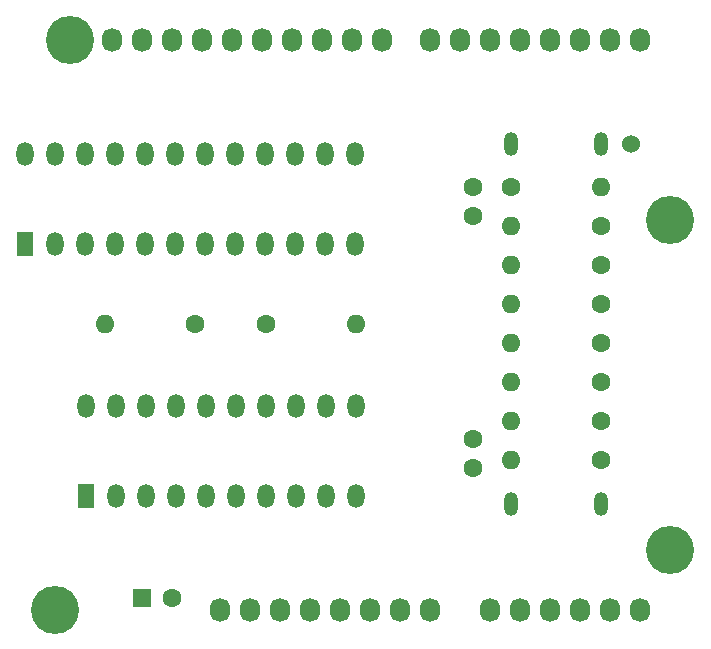
<source format=gbs>
%TF.GenerationSoftware,KiCad,Pcbnew,5.1.10*%
%TF.CreationDate,2021-10-22T18:49:23+01:00*%
%TF.ProjectId,GAL Programmer,47414c20-5072-46f6-9772-616d6d65722e,rev?*%
%TF.SameCoordinates,Original*%
%TF.FileFunction,Soldermask,Bot*%
%TF.FilePolarity,Negative*%
%FSLAX46Y46*%
G04 Gerber Fmt 4.6, Leading zero omitted, Abs format (unit mm)*
G04 Created by KiCad (PCBNEW 5.1.10) date 2021-10-22 18:49:23*
%MOMM*%
%LPD*%
G01*
G04 APERTURE LIST*
%ADD10O,1.600000X1.600000*%
%ADD11C,1.600000*%
%ADD12O,1.200000X2.000000*%
%ADD13C,1.524000*%
%ADD14O,1.440000X2.000000*%
%ADD15R,1.440000X2.000000*%
%ADD16R,1.600000X1.600000*%
%ADD17O,1.727200X2.032000*%
%ADD18C,4.064000*%
G04 APERTURE END LIST*
D10*
%TO.C,R9*%
X129160000Y-99631500D03*
D11*
X136780000Y-99631500D03*
%TD*%
D10*
%TO.C,R10*%
X150432000Y-99631500D03*
D11*
X142812000Y-99631500D03*
%TD*%
D12*
%TO.C,U1*%
X171131200Y-114902900D03*
X171131200Y-84422900D03*
X163511200Y-114902900D03*
X163511200Y-84422900D03*
D13*
X173671200Y-84422900D03*
%TD*%
D14*
%TO.C,U3*%
X150388000Y-106553000D03*
X150388000Y-114173000D03*
X147848000Y-106553000D03*
X147848000Y-114173000D03*
X145308000Y-106553000D03*
X145308000Y-114173000D03*
X142768000Y-106553000D03*
X142768000Y-114173000D03*
X140228000Y-106553000D03*
X140228000Y-114173000D03*
X137688000Y-106553000D03*
X137688000Y-114173000D03*
X135148000Y-106553000D03*
X135148000Y-114173000D03*
X132608000Y-106553000D03*
X132608000Y-114173000D03*
X130068000Y-106553000D03*
X130068000Y-114173000D03*
X127528000Y-106553000D03*
D15*
X127528000Y-114173000D03*
%TD*%
D14*
%TO.C,U2*%
X150368000Y-85217000D03*
X150368000Y-92837000D03*
X147828000Y-85217000D03*
X147828000Y-92837000D03*
X145288000Y-85217000D03*
X145288000Y-92837000D03*
X142748000Y-85217000D03*
X142748000Y-92837000D03*
X140208000Y-85217000D03*
X140208000Y-92837000D03*
X137668000Y-85217000D03*
X137668000Y-92837000D03*
X135128000Y-85217000D03*
X135128000Y-92837000D03*
X132588000Y-85217000D03*
X132588000Y-92837000D03*
X130048000Y-85217000D03*
X130048000Y-92837000D03*
X127508000Y-85217000D03*
X127508000Y-92837000D03*
X124968000Y-85217000D03*
X124968000Y-92837000D03*
X122428000Y-85217000D03*
D15*
X122428000Y-92837000D03*
%TD*%
D10*
%TO.C,R8*%
X163576000Y-111125000D03*
D11*
X171196000Y-111125000D03*
%TD*%
D10*
%TO.C,R7*%
X163576000Y-107823000D03*
D11*
X171196000Y-107823000D03*
%TD*%
D10*
%TO.C,R6*%
X163576000Y-104521000D03*
D11*
X171196000Y-104521000D03*
%TD*%
D10*
%TO.C,R5*%
X163576000Y-101219000D03*
D11*
X171196000Y-101219000D03*
%TD*%
D10*
%TO.C,R4*%
X163576000Y-97917000D03*
D11*
X171196000Y-97917000D03*
%TD*%
D10*
%TO.C,R3*%
X163576000Y-94615000D03*
D11*
X171196000Y-94615000D03*
%TD*%
D10*
%TO.C,R2*%
X163576000Y-91313000D03*
D11*
X171196000Y-91313000D03*
%TD*%
D10*
%TO.C,R1*%
X171196000Y-88011000D03*
D11*
X163576000Y-88011000D03*
%TD*%
%TO.C,C3*%
X134834000Y-122809000D03*
D16*
X132334000Y-122809000D03*
%TD*%
D11*
%TO.C,C2*%
X160338000Y-90511000D03*
X160338000Y-88011000D03*
%TD*%
%TO.C,C1*%
X160338000Y-111847000D03*
X160338000Y-109347000D03*
%TD*%
D17*
%TO.C,P1*%
X156718000Y-123825000D03*
X154178000Y-123825000D03*
X151638000Y-123825000D03*
X149098000Y-123825000D03*
X146558000Y-123825000D03*
X144018000Y-123825000D03*
X141478000Y-123825000D03*
X138938000Y-123825000D03*
%TD*%
%TO.C,P2*%
X161798000Y-123825000D03*
X164338000Y-123825000D03*
X166878000Y-123825000D03*
X169418000Y-123825000D03*
X171958000Y-123825000D03*
X174498000Y-123825000D03*
%TD*%
%TO.C,P3*%
X129794000Y-75565000D03*
X132334000Y-75565000D03*
X134874000Y-75565000D03*
X137414000Y-75565000D03*
X139954000Y-75565000D03*
X142494000Y-75565000D03*
X145034000Y-75565000D03*
X147574000Y-75565000D03*
X150114000Y-75565000D03*
X152654000Y-75565000D03*
%TD*%
%TO.C,P4*%
X156718000Y-75565000D03*
X159258000Y-75565000D03*
X161798000Y-75565000D03*
X164338000Y-75565000D03*
X166878000Y-75565000D03*
X169418000Y-75565000D03*
X171958000Y-75565000D03*
X174498000Y-75565000D03*
%TD*%
D18*
%TO.C,P5*%
X124968000Y-123825000D03*
%TD*%
%TO.C,P6*%
X177038000Y-118745000D03*
%TD*%
%TO.C,P7*%
X126238000Y-75565000D03*
%TD*%
%TO.C,P8*%
X177038000Y-90805000D03*
%TD*%
M02*

</source>
